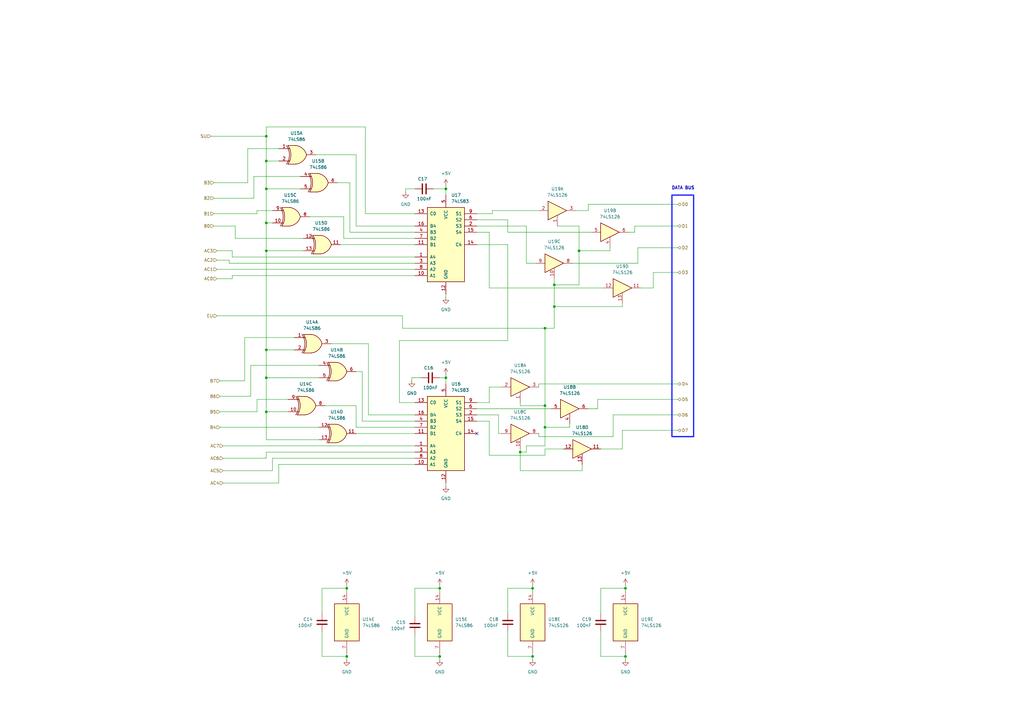
<source format=kicad_sch>
(kicad_sch (version 20231120) (generator "eeschema") (generator_version "8.0")
  (paper "A3")
  (title_block (title "ISAP-1 COMPUTER") (date "2024-11-27") (rev "Version 1") (comment 1 "by Linca Marius Gheorghe") (comment 3 "Adder / Subtractor"))
  (lib_symbols
    (symbol "74xx:74LS126" (pin_names (offset 1.016))
      (property "Reference" "U" (at 0 1.27 0))
      (property "Value" "74LS126" (at 0 -1.27 0))
      (symbol "74LS126_1_0"
        (polyline (pts (xy -3.81 3.81) (xy -3.81 -3.81) (xy 3.81 0) (xy -3.81 3.81)) (stroke (width 0.254)) (fill (type background)))
        (pin input line (at 0 -6.35 90) (length 4.445) (name "~") (number "1"))
        (pin input line (at -7.62 0 0) (length 3.81) (name "~") (number "2"))
        (pin tri_state line (at 7.62 0 180) (length 3.81) (name "~") (number "3"))
      )
      (symbol "74LS126_2_0"
        (polyline (pts (xy -3.81 3.81) (xy -3.81 -3.81) (xy 3.81 0) (xy -3.81 3.81)) (stroke (width 0.254)) (fill (type background)))
        (pin input line (at 0 -6.35 90) (length 4.445) (name "~") (number "4"))
        (pin input line (at -7.62 0 0) (length 3.81) (name "~") (number "5"))
        (pin tri_state line (at 7.62 0 180) (length 3.81) (name "~") (number "6"))
      )
      (symbol "74LS126_3_0"
        (polyline (pts (xy -3.81 3.81) (xy -3.81 -3.81) (xy 3.81 0) (xy -3.81 3.81)) (stroke (width 0.254)) (fill (type background)))
        (pin input line (at 0 -6.35 90) (length 4.445) (name "~") (number "10"))
        (pin tri_state line (at 7.62 0 180) (length 3.81) (name "~") (number "8"))
        (pin input line (at -7.62 0 0) (length 3.81) (name "~") (number "9"))
      )
      (symbol "74LS126_4_0"
        (polyline (pts (xy -3.81 3.81) (xy -3.81 -3.81) (xy 3.81 0) (xy -3.81 3.81)) (stroke (width 0.254)) (fill (type background)))
        (pin tri_state line (at 7.62 0 180) (length 3.81) (name "~") (number "11"))
        (pin input line (at -7.62 0 0) (length 3.81) (name "~") (number "12"))
        (pin input line (at 0 -6.35 90) (length 4.445) (name "~") (number "13"))
      )
      (symbol "74LS126_5_0"
        (pin power_in line (at 0 12.7 270) (length 5.08) (name "VCC") (number "14"))
        (pin power_in line (at 0 -12.7 90) (length 5.08) (name "GND") (number "7"))
      )
      (symbol "74LS126_5_1"
        (rectangle (start -5.08 7.62) (end 5.08 -7.62) (stroke (width 0.254)) (fill (type background)))
      )
    )
    (symbol "74xx:74LS83" (pin_names (offset 1.016))
      (property "Reference" "U" (at -7.62 16.51 0))
      (property "Value" "74LS83" (at -7.62 -16.51 0))
      (symbol "74LS83_1_0"
        (pin input line (at -12.7 -5.08 0) (length 5.08) (name "A4") (number "1"))
        (pin input line (at -12.7 -12.7 0) (length 5.08) (name "A1") (number "10"))
        (pin input line (at -12.7 0 0) (length 5.08) (name "B1") (number "11"))
        (pin power_in line (at 0 -20.32 90) (length 5.08) (name "GND") (number "12"))
        (pin input line (at -12.7 12.7 0) (length 5.08) (name "C0") (number "13"))
        (pin output line (at 12.7 0 180) (length 5.08) (name "C4") (number "14"))
        (pin output line (at 12.7 5.08 180) (length 5.08) (name "S4") (number "15"))
        (pin input line (at -12.7 7.62 0) (length 5.08) (name "B4") (number "16"))
        (pin output line (at 12.7 7.62 180) (length 5.08) (name "S3") (number "2"))
        (pin input line (at -12.7 -7.62 0) (length 5.08) (name "A3") (number "3"))
        (pin input line (at -12.7 5.08 0) (length 5.08) (name "B3") (number "4"))
        (pin power_in line (at 0 20.32 270) (length 5.08) (name "VCC") (number "5"))
        (pin output line (at 12.7 10.16 180) (length 5.08) (name "S2") (number "6"))
        (pin input line (at -12.7 2.54 0) (length 5.08) (name "B2") (number "7"))
        (pin input line (at -12.7 -10.16 0) (length 5.08) (name "A2") (number "8"))
        (pin output line (at 12.7 12.7 180) (length 5.08) (name "S1") (number "9"))
      )
      (symbol "74LS83_1_1"
        (rectangle (start -7.62 15.24) (end 7.62 -15.24) (stroke (width 0.254)) (fill (type background)))
      )
    )
    (symbol "74xx:74LS86" (pin_names (offset 1.016))
      (property "Reference" "U" (at 0 1.27 0))
      (property "Value" "74LS86" (at 0 -1.27 0))
      (symbol "74LS86_1_0"
        (arc (start -4.4196 -3.81) (mid -3.2033 0) (end -4.4196 3.81) (stroke (width 0.254)))
        (arc (start -3.81 -3.81) (mid -2.589 0) (end -3.81 3.81) (stroke (width 0.254)))
        (arc (start -0.6096 -3.81) (mid 2.1842 -2.5851) (end 3.81 0) (stroke (width 0.254)) (fill (type background)))
        (polyline (pts (xy -3.81 -3.81) (xy -0.635 -3.81)) (stroke (width 0.254)) (fill (type background)))
        (polyline (pts (xy -3.81 3.81) (xy -0.635 3.81)) (stroke (width 0.254)) (fill (type background)))
        (polyline (pts (xy -0.635 3.81) (xy -3.81 3.81) (xy -3.81 3.81) (xy -3.556 3.4036) (xy -3.0226 2.2606) (xy -2.6924 1.0414) (xy -2.6162 -0.254) (xy -2.7686 -1.4986) (xy -3.175 -2.7178) (xy -3.81 -3.81) (xy -3.81 -3.81) (xy -0.635 -3.81)) (stroke (width -25.4)) (fill (type background)))
        (arc (start 3.81 0) (mid 2.1915 2.5936) (end -0.6096 3.81) (stroke (width 0.254)) (fill (type background)))
        (pin input line (at -7.62 2.54 0) (length 4.445) (name "~") (number "1"))
        (pin input line (at -7.62 -2.54 0) (length 4.445) (name "~") (number "2"))
        (pin output line (at 7.62 0 180) (length 3.81) (name "~") (number "3"))
      )
      (symbol "74LS86_1_1"
        (polyline (pts (xy -3.81 -2.54) (xy -3.175 -2.54)) (stroke (width 0.1524)))
        (polyline (pts (xy -3.81 2.54) (xy -3.175 2.54)) (stroke (width 0.1524)))
      )
      (symbol "74LS86_2_0"
        (arc (start -4.4196 -3.81) (mid -3.2033 0) (end -4.4196 3.81) (stroke (width 0.254)))
        (arc (start -3.81 -3.81) (mid -2.589 0) (end -3.81 3.81) (stroke (width 0.254)))
        (arc (start -0.6096 -3.81) (mid 2.1842 -2.5851) (end 3.81 0) (stroke (width 0.254)) (fill (type background)))
        (polyline (pts (xy -3.81 -3.81) (xy -0.635 -3.81)) (stroke (width 0.254)) (fill (type background)))
        (polyline (pts (xy -3.81 3.81) (xy -0.635 3.81)) (stroke (width 0.254)) (fill (type background)))
        (polyline (pts (xy -0.635 3.81) (xy -3.81 3.81) (xy -3.81 3.81) (xy -3.556 3.4036) (xy -3.0226 2.2606) (xy -2.6924 1.0414) (xy -2.6162 -0.254) (xy -2.7686 -1.4986) (xy -3.175 -2.7178) (xy -3.81 -3.81) (xy -3.81 -3.81) (xy -0.635 -3.81)) (stroke (width -25.4)) (fill (type background)))
        (arc (start 3.81 0) (mid 2.1915 2.5936) (end -0.6096 3.81) (stroke (width 0.254)) (fill (type background)))
        (pin input line (at -7.62 2.54 0) (length 4.445) (name "~") (number "4"))
        (pin input line (at -7.62 -2.54 0) (length 4.445) (name "~") (number "5"))
        (pin output line (at 7.62 0 180) (length 3.81) (name "~") (number "6"))
      )
      (symbol "74LS86_2_1"
        (polyline (pts (xy -3.81 -2.54) (xy -3.175 -2.54)) (stroke (width 0.1524)))
        (polyline (pts (xy -3.81 2.54) (xy -3.175 2.54)) (stroke (width 0.1524)))
      )
      (symbol "74LS86_3_0"
        (arc (start -4.4196 -3.81) (mid -3.2033 0) (end -4.4196 3.81) (stroke (width 0.254)))
        (arc (start -3.81 -3.81) (mid -2.589 0) (end -3.81 3.81) (stroke (width 0.254)))
        (arc (start -0.6096 -3.81) (mid 2.1842 -2.5851) (end 3.81 0) (stroke (width 0.254)) (fill (type background)))
        (polyline (pts (xy -3.81 -3.81) (xy -0.635 -3.81)) (stroke (width 0.254)) (fill (type background)))
        (polyline (pts (xy -3.81 3.81) (xy -0.635 3.81)) (stroke (width 0.254)) (fill (type background)))
        (polyline (pts (xy -0.635 3.81) (xy -3.81 3.81) (xy -3.81 3.81) (xy -3.556 3.4036) (xy -3.0226 2.2606) (xy -2.6924 1.0414) (xy -2.6162 -0.254) (xy -2.7686 -1.4986) (xy -3.175 -2.7178) (xy -3.81 -3.81) (xy -3.81 -3.81) (xy -0.635 -3.81)) (stroke (width -25.4)) (fill (type background)))
        (arc (start 3.81 0) (mid 2.1915 2.5936) (end -0.6096 3.81) (stroke (width 0.254)) (fill (type background)))
        (pin input line (at -7.62 -2.54 0) (length 4.445) (name "~") (number "10"))
        (pin output line (at 7.62 0 180) (length 3.81) (name "~") (number "8"))
        (pin input line (at -7.62 2.54 0) (length 4.445) (name "~") (number "9"))
      )
      (symbol "74LS86_3_1"
        (polyline (pts (xy -3.81 -2.54) (xy -3.175 -2.54)) (stroke (width 0.1524)))
        (polyline (pts (xy -3.81 2.54) (xy -3.175 2.54)) (stroke (width 0.1524)))
      )
      (symbol "74LS86_4_0"
        (arc (start -4.4196 -3.81) (mid -3.2033 0) (end -4.4196 3.81) (stroke (width 0.254)))
        (arc (start -3.81 -3.81) (mid -2.589 0) (end -3.81 3.81) (stroke (width 0.254)))
        (arc (start -0.6096 -3.81) (mid 2.1842 -2.5851) (end 3.81 0) (stroke (width 0.254)) (fill (type background)))
        (polyline (pts (xy -3.81 -3.81) (xy -0.635 -3.81)) (stroke (width 0.254)) (fill (type background)))
        (polyline (pts (xy -3.81 3.81) (xy -0.635 3.81)) (stroke (width 0.254)) (fill (type background)))
        (polyline (pts (xy -0.635 3.81) (xy -3.81 3.81) (xy -3.81 3.81) (xy -3.556 3.4036) (xy -3.0226 2.2606) (xy -2.6924 1.0414) (xy -2.6162 -0.254) (xy -2.7686 -1.4986) (xy -3.175 -2.7178) (xy -3.81 -3.81) (xy -3.81 -3.81) (xy -0.635 -3.81)) (stroke (width -25.4)) (fill (type background)))
        (arc (start 3.81 0) (mid 2.1915 2.5936) (end -0.6096 3.81) (stroke (width 0.254)) (fill (type background)))
        (pin output line (at 7.62 0 180) (length 3.81) (name "~") (number "11"))
        (pin input line (at -7.62 2.54 0) (length 4.445) (name "~") (number "12"))
        (pin input line (at -7.62 -2.54 0) (length 4.445) (name "~") (number "13"))
      )
      (symbol "74LS86_4_1"
        (polyline (pts (xy -3.81 -2.54) (xy -3.175 -2.54)) (stroke (width 0.1524)))
        (polyline (pts (xy -3.81 2.54) (xy -3.175 2.54)) (stroke (width 0.1524)))
      )
      (symbol "74LS86_5_0"
        (pin power_in line (at 0 12.7 270) (length 5.08) (name "VCC") (number "14"))
        (pin power_in line (at 0 -12.7 90) (length 5.08) (name "GND") (number "7"))
      )
      (symbol "74LS86_5_1"
        (rectangle (start -5.08 7.62) (end 5.08 -7.62) (stroke (width 0.254)) (fill (type background)))
      )
    )
    (symbol "Device:C" (pin_numbers hide) (pin_names (offset 0.254))
      (property "Reference" "C" (at 0.635 2.54 0))
      (property "Value" "C" (at 0.635 -2.54 0))
      (symbol "C_0_1"
        (polyline (pts (xy -2.032 -0.762) (xy 2.032 -0.762)) (stroke (width 0.508)))
        (polyline (pts (xy -2.032 0.762) (xy 2.032 0.762)) (stroke (width 0.508)))
      )
      (symbol "C_1_1"
        (pin passive line (at 0 3.81 270) (length 2.794) (name "~") (number "1"))
        (pin passive line (at 0 -3.81 90) (length 2.794) (name "~") (number "2"))
      )
    )
    (symbol "power:+5V" (power) (pin_numbers hide) (pin_names (offset 0) hide)
      (property "Value" "+5V" (at 0 3.556 0))
      (symbol "+5V_0_1"
        (polyline (pts (xy -0.762 1.27) (xy 0 2.54)))
        (polyline (pts (xy 0 0) (xy 0 2.54)))
        (polyline (pts (xy 0 2.54) (xy 0.762 1.27)))
      )
      (symbol "+5V_1_1"
        (pin power_in line (at 0 0 90) (length 0) (name "~") (number "1"))
      )
    )
    (symbol "power:GND" (power) (pin_numbers hide) (pin_names (offset 0) hide)
      (property "Value" "GND" (at 0 -3.81 0))
      (symbol "GND_0_1"
        (polyline (pts (xy 0 0) (xy 0 -1.27) (xy 1.27 -1.27) (xy 0 -2.54) (xy -1.27 -1.27) (xy 0 -1.27)))
      )
      (symbol "GND_1_1"
        (pin power_in line (at 0 0 270) (length 0) (name "~") (number "1"))
      )
    )
  )
  (junction (at 227.33 125.73))
  (junction (at 142.24 241.3))
  (junction (at 182.88 77.47))
  (junction (at 182.88 154.94))
  (junction (at 223.52 166.37))
  (junction (at 109.22 143.51))
  (junction (at 109.22 55.88))
  (junction (at 218.44 269.24))
  (junction (at 256.54 241.3))
  (junction (at 109.22 154.94))
  (junction (at 180.34 269.24))
  (junction (at 218.44 241.3))
  (junction (at 223.52 134.62))
  (junction (at 180.34 241.3))
  (junction (at 227.33 116.84))
  (junction (at 109.22 66.04))
  (junction (at 223.52 175.26))
  (junction (at 109.22 77.47))
  (junction (at 142.24 269.24))
  (junction (at 109.22 91.44))
  (junction (at 109.22 168.91))
  (junction (at 237.49 102.87))
  (junction (at 109.22 102.87))
  (junction (at 256.54 269.24))
  (junction (at 213.36 185.42))
  (no_connect (at 195.58 177.8))
  (wire (pts (xy 182.88 154.94) (xy 182.88 157.48)))
  (wire (pts (xy 227.33 134.62) (xy 227.33 125.73)))
  (wire (pts (xy 109.22 66.04) (xy 109.22 77.47)))
  (wire (pts (xy 166.37 77.47) (xy 166.37 78.74)))
  (wire (pts (xy 151.13 140.97) (xy 151.13 170.18)))
  (wire (pts (xy 170.18 172.72) (xy 148.59 172.72)))
  (wire (pts (xy 215.9 92.71) (xy 195.58 92.71)))
  (wire (pts (xy 215.9 182.88) (xy 215.9 185.42)))
  (wire (pts (xy 256.54 269.24) (xy 256.54 270.51)))
  (wire (pts (xy 109.22 91.44) (xy 111.76 91.44)))
  (wire (pts (xy 91.44 182.88) (xy 170.18 182.88)))
  (wire (pts (xy 255.27 176.53) (xy 255.27 184.15)))
  (wire (pts (xy 208.28 269.24) (xy 218.44 269.24)))
  (wire (pts (xy 102.87 162.56) (xy 90.17 162.56)))
  (wire (pts (xy 170.18 185.42) (xy 109.22 185.42)))
  (wire (pts (xy 218.44 267.97) (xy 218.44 269.24)))
  (wire (pts (xy 111.76 193.04) (xy 91.44 193.04)))
  (wire (pts (xy 114.3 60.96) (xy 101.6 60.96)))
  (wire (pts (xy 140.97 97.79) (xy 140.97 88.9)))
  (wire (pts (xy 267.97 118.11) (xy 262.89 118.11)))
  (wire (pts (xy 213.36 193.04) (xy 213.36 185.42)))
  (wire (pts (xy 114.3 66.04) (xy 109.22 66.04)))
  (wire (pts (xy 101.6 74.93) (xy 87.63 74.93)))
  (wire (pts (xy 237.49 102.87) (xy 237.49 116.84)))
  (wire (pts (xy 238.76 193.04) (xy 213.36 193.04)))
  (wire (pts (xy 242.57 95.25) (xy 208.28 95.25)))
  (wire (pts (xy 135.89 140.97) (xy 151.13 140.97)))
  (wire (pts (xy 111.76 86.36) (xy 105.41 86.36)))
  (wire (pts (xy 130.81 180.34) (xy 109.22 180.34)))
  (wire (pts (xy 165.1 134.62) (xy 223.52 134.62)))
  (wire (pts (xy 251.46 179.07) (xy 220.98 179.07)))
  (wire (pts (xy 261.62 107.95) (xy 234.95 107.95)))
  (wire (pts (xy 170.18 269.24) (xy 180.34 269.24)))
  (wire (pts (xy 149.86 52.07) (xy 109.22 52.07)))
  (wire (pts (xy 118.11 163.83) (xy 105.41 163.83)))
  (wire (pts (xy 195.58 167.64) (xy 226.06 167.64)))
  (wire (pts (xy 227.33 116.84) (xy 227.33 114.3)))
  (wire (pts (xy 87.63 81.28) (xy 104.14 81.28)))
  (wire (pts (xy 170.18 190.5) (xy 114.3 190.5)))
  (wire (pts (xy 180.34 241.3) (xy 180.34 242.57)))
  (wire (pts (xy 213.36 165.1) (xy 213.36 166.37)))
  (wire (pts (xy 200.66 186.69) (xy 200.66 172.72)))
  (wire (pts (xy 200.66 95.25) (xy 195.58 95.25)))
  (wire (pts (xy 228.6 92.71) (xy 237.49 92.71)))
  (wire (pts (xy 223.52 166.37) (xy 223.52 175.26)))
  (wire (pts (xy 114.3 190.5) (xy 114.3 198.12)))
  (wire (pts (xy 245.11 163.83) (xy 245.11 167.64)))
  (wire (pts (xy 88.9 106.68) (xy 93.98 106.68)))
  (wire (pts (xy 246.38 241.3) (xy 256.54 241.3)))
  (wire (pts (xy 165.1 129.54) (xy 165.1 134.62)))
  (wire (pts (xy 109.22 154.94) (xy 109.22 168.91)))
  (wire (pts (xy 260.35 92.71) (xy 260.35 95.25)))
  (wire (pts (xy 143.51 74.93) (xy 138.43 74.93)))
  (wire (pts (xy 148.59 152.4) (xy 148.59 172.72)))
  (wire (pts (xy 220.98 179.07) (xy 220.98 177.8)))
  (wire (pts (xy 93.98 107.95) (xy 170.18 107.95)))
  (wire (pts (xy 278.13 92.71) (xy 260.35 92.71)))
  (wire (pts (xy 195.58 100.33) (xy 208.28 100.33)))
  (wire (pts (xy 95.25 105.41) (xy 95.25 102.87)))
  (wire (pts (xy 237.49 92.71) (xy 237.49 102.87)))
  (wire (pts (xy 218.44 241.3) (xy 218.44 242.57)))
  (wire (pts (xy 109.22 168.91) (xy 109.22 180.34)))
  (wire (pts (xy 247.65 118.11) (xy 200.66 118.11)))
  (wire (pts (xy 109.22 102.87) (xy 109.22 91.44)))
  (wire (pts (xy 278.13 163.83) (xy 245.11 163.83)))
  (wire (pts (xy 180.34 154.94) (xy 182.88 154.94)))
  (wire (pts (xy 109.22 52.07) (xy 109.22 55.88)))
  (wire (pts (xy 111.76 187.96) (xy 111.76 193.04)))
  (wire (pts (xy 109.22 102.87) (xy 109.22 143.51)))
  (wire (pts (xy 257.81 95.25) (xy 260.35 95.25)))
  (wire (pts (xy 204.47 177.8) (xy 204.47 170.18)))
  (wire (pts (xy 261.62 101.6) (xy 278.13 101.6)))
  (wire (pts (xy 208.28 90.17) (xy 195.58 90.17)))
  (wire (pts (xy 91.44 187.96) (xy 109.22 187.96)))
  (wire (pts (xy 233.68 175.26) (xy 223.52 175.26)))
  (wire (pts (xy 96.52 92.71) (xy 87.63 92.71)))
  (wire (pts (xy 213.36 185.42) (xy 213.36 184.15)))
  (wire (pts (xy 90.17 175.26) (xy 130.81 175.26)))
  (wire (pts (xy 146.05 177.8) (xy 170.18 177.8)))
  (wire (pts (xy 172.72 154.94) (xy 168.91 154.94)))
  (wire (pts (xy 250.19 101.6) (xy 250.19 102.87)))
  (wire (pts (xy 201.93 86.36) (xy 201.93 87.63)))
  (wire (pts (xy 200.66 158.75) (xy 200.66 165.1)))
  (wire (pts (xy 142.24 240.03) (xy 142.24 241.3)))
  (wire (pts (xy 142.24 269.24) (xy 142.24 270.51)))
  (wire (pts (xy 95.25 105.41) (xy 170.18 105.41)))
  (wire (pts (xy 86.36 55.88) (xy 109.22 55.88)))
  (wire (pts (xy 256.54 267.97) (xy 256.54 269.24)))
  (wire (pts (xy 246.38 259.08) (xy 246.38 269.24)))
  (wire (pts (xy 215.9 185.42) (xy 213.36 185.42)))
  (wire (pts (xy 182.88 153.67) (xy 182.88 154.94)))
  (wire (pts (xy 177.8 77.47) (xy 182.88 77.47)))
  (wire (pts (xy 109.22 143.51) (xy 120.65 143.51)))
  (wire (pts (xy 105.41 86.36) (xy 105.41 87.63)))
  (wire (pts (xy 208.28 259.08) (xy 208.28 269.24)))
  (wire (pts (xy 241.3 86.36) (xy 236.22 86.36)))
  (wire (pts (xy 205.74 177.8) (xy 204.47 177.8)))
  (wire (pts (xy 170.18 187.96) (xy 111.76 187.96)))
  (wire (pts (xy 95.25 114.3) (xy 88.9 114.3)))
  (wire (pts (xy 146.05 92.71) (xy 146.05 63.5)))
  (wire (pts (xy 238.76 190.5) (xy 238.76 193.04)))
  (wire (pts (xy 182.88 198.12) (xy 182.88 199.39)))
  (wire (pts (xy 223.52 186.69) (xy 200.66 186.69)))
  (wire (pts (xy 195.58 165.1) (xy 200.66 165.1)))
  (wire (pts (xy 139.7 100.33) (xy 170.18 100.33)))
  (wire (pts (xy 182.88 77.47) (xy 182.88 80.01)))
  (wire (pts (xy 132.08 251.46) (xy 132.08 241.3)))
  (wire (pts (xy 130.81 149.86) (xy 102.87 149.86)))
  (wire (pts (xy 215.9 107.95) (xy 215.9 92.71)))
  (wire (pts (xy 109.22 168.91) (xy 118.11 168.91)))
  (wire (pts (xy 114.3 198.12) (xy 91.44 198.12)))
  (wire (pts (xy 132.08 241.3) (xy 142.24 241.3)))
  (wire (pts (xy 208.28 95.25) (xy 208.28 90.17)))
  (wire (pts (xy 93.98 107.95) (xy 93.98 106.68)))
  (wire (pts (xy 227.33 116.84) (xy 227.33 125.73)))
  (wire (pts (xy 255.27 125.73) (xy 227.33 125.73)))
  (wire (pts (xy 109.22 154.94) (xy 130.81 154.94)))
  (wire (pts (xy 218.44 240.03) (xy 218.44 241.3)))
  (wire (pts (xy 105.41 87.63) (xy 87.63 87.63)))
  (wire (pts (xy 213.36 166.37) (xy 223.52 166.37)))
  (wire (pts (xy 218.44 269.24) (xy 218.44 270.51)))
  (wire (pts (xy 123.19 77.47) (xy 109.22 77.47)))
  (wire (pts (xy 180.34 240.03) (xy 180.34 241.3)))
  (wire (pts (xy 100.33 138.43) (xy 100.33 156.21)))
  (wire (pts (xy 182.88 76.2) (xy 182.88 77.47)))
  (wire (pts (xy 170.18 77.47) (xy 166.37 77.47)))
  (wire (pts (xy 223.52 175.26) (xy 223.52 182.88)))
  (wire (pts (xy 223.52 182.88) (xy 215.9 182.88)))
  (wire (pts (xy 200.66 172.72) (xy 195.58 172.72)))
  (wire (pts (xy 237.49 102.87) (xy 250.19 102.87)))
  (wire (pts (xy 102.87 149.86) (xy 102.87 162.56)))
  (wire (pts (xy 201.93 87.63) (xy 195.58 87.63)))
  (wire (pts (xy 208.28 251.46) (xy 208.28 241.3)))
  (wire (pts (xy 132.08 259.08) (xy 132.08 269.24)))
  (wire (pts (xy 163.83 165.1) (xy 170.18 165.1)))
  (wire (pts (xy 255.27 124.46) (xy 255.27 125.73)))
  (wire (pts (xy 170.18 175.26) (xy 146.05 175.26)))
  (wire (pts (xy 246.38 251.46) (xy 246.38 241.3)))
  (wire (pts (xy 109.22 185.42) (xy 109.22 187.96)))
  (wire (pts (xy 170.18 113.03) (xy 95.25 113.03)))
  (wire (pts (xy 182.88 120.65) (xy 182.88 121.92)))
  (wire (pts (xy 241.3 83.82) (xy 241.3 86.36)))
  (wire (pts (xy 233.68 173.99) (xy 233.68 175.26)))
  (wire (pts (xy 170.18 260.35) (xy 170.18 269.24)))
  (wire (pts (xy 208.28 100.33) (xy 208.28 139.7)))
  (wire (pts (xy 100.33 156.21) (xy 90.17 156.21)))
  (wire (pts (xy 109.22 102.87) (xy 124.46 102.87)))
  (wire (pts (xy 246.38 269.24) (xy 256.54 269.24)))
  (wire (pts (xy 223.52 184.15) (xy 223.52 186.69)))
  (wire (pts (xy 278.13 111.76) (xy 267.97 111.76)))
  (wire (pts (xy 237.49 116.84) (xy 227.33 116.84)))
  (wire (pts (xy 109.22 77.47) (xy 109.22 91.44)))
  (wire (pts (xy 142.24 241.3) (xy 142.24 242.57)))
  (wire (pts (xy 261.62 101.6) (xy 261.62 107.95)))
  (wire (pts (xy 149.86 87.63) (xy 149.86 52.07)))
  (wire (pts (xy 95.25 102.87) (xy 88.9 102.87)))
  (wire (pts (xy 219.71 107.95) (xy 215.9 107.95)))
  (wire (pts (xy 163.83 139.7) (xy 163.83 165.1)))
  (wire (pts (xy 109.22 55.88) (xy 109.22 66.04)))
  (wire (pts (xy 90.17 168.91) (xy 105.41 168.91)))
  (wire (pts (xy 220.98 86.36) (xy 201.93 86.36)))
  (wire (pts (xy 251.46 170.18) (xy 251.46 179.07)))
  (wire (pts (xy 104.14 72.39) (xy 104.14 81.28)))
  (wire (pts (xy 109.22 143.51) (xy 109.22 154.94)))
  (wire (pts (xy 142.24 267.97) (xy 142.24 269.24)))
  (wire (pts (xy 220.98 157.48) (xy 220.98 158.75)))
  (wire (pts (xy 220.98 157.48) (xy 278.13 157.48)))
  (wire (pts (xy 120.65 138.43) (xy 100.33 138.43)))
  (wire (pts (xy 180.34 267.97) (xy 180.34 269.24)))
  (wire (pts (xy 88.9 129.54) (xy 165.1 129.54)))
  (wire (pts (xy 170.18 170.18) (xy 151.13 170.18)))
  (wire (pts (xy 101.6 60.96) (xy 101.6 74.93)))
  (wire (pts (xy 255.27 184.15) (xy 246.38 184.15)))
  (wire (pts (xy 180.34 269.24) (xy 180.34 270.51)))
  (wire (pts (xy 170.18 252.73) (xy 170.18 241.3)))
  (wire (pts (xy 132.08 269.24) (xy 142.24 269.24)))
  (wire (pts (xy 256.54 241.3) (xy 256.54 242.57)))
  (wire (pts (xy 105.41 163.83) (xy 105.41 168.91)))
  (wire (pts (xy 231.14 184.15) (xy 223.52 184.15)))
  (wire (pts (xy 148.59 152.4) (xy 146.05 152.4)))
  (wire (pts (xy 168.91 154.94) (xy 168.91 156.21)))
  (wire (pts (xy 241.3 167.64) (xy 245.11 167.64)))
  (wire (pts (xy 143.51 74.93) (xy 143.51 95.25)))
  (wire (pts (xy 223.52 134.62) (xy 227.33 134.62)))
  (wire (pts (xy 200.66 118.11) (xy 200.66 95.25)))
  (wire (pts (xy 88.9 110.49) (xy 170.18 110.49)))
  (wire (pts (xy 208.28 241.3) (xy 218.44 241.3)))
  (wire (pts (xy 267.97 111.76) (xy 267.97 118.11)))
  (wire (pts (xy 124.46 97.79) (xy 96.52 97.79)))
  (wire (pts (xy 195.58 170.18) (xy 204.47 170.18)))
  (wire (pts (xy 278.13 170.18) (xy 251.46 170.18)))
  (wire (pts (xy 205.74 158.75) (xy 200.66 158.75)))
  (wire (pts (xy 256.54 240.03) (xy 256.54 241.3)))
  (wire (pts (xy 146.05 166.37) (xy 133.35 166.37)))
  (wire (pts (xy 208.28 139.7) (xy 163.83 139.7)))
  (wire (pts (xy 123.19 72.39) (xy 104.14 72.39)))
  (wire (pts (xy 140.97 88.9) (xy 127 88.9)))
  (wire (pts (xy 170.18 241.3) (xy 180.34 241.3)))
  (wire (pts (xy 241.3 83.82) (xy 278.13 83.82)))
  (wire (pts (xy 96.52 97.79) (xy 96.52 92.71)))
  (wire (pts (xy 95.25 113.03) (xy 95.25 114.3)))
  (wire (pts (xy 170.18 92.71) (xy 146.05 92.71)))
  (wire (pts (xy 278.13 176.53) (xy 255.27 176.53)))
  (wire (pts (xy 170.18 87.63) (xy 149.86 87.63)))
  (wire (pts (xy 129.54 63.5) (xy 146.05 63.5)))
  (wire (pts (xy 223.52 134.62) (xy 223.52 166.37)))
  (wire (pts (xy 146.05 175.26) (xy 146.05 166.37)))
  (wire (pts (xy 170.18 97.79) (xy 140.97 97.79)))
  (wire (pts (xy 170.18 95.25) (xy 143.51 95.25)))
  (rectangle (start 275.59 80.01) (end 284.48 179.07) (stroke (width 0.508) (color 21 31 255 1)))
  (text "DATA BUS" (at 280.162 77.216 0) (effects (font (size 1.27 1.27) (thickness 0.254) (bold yes))))
  (hierarchical_label "D1" (shape tri_state) (at 278.13 92.71 0))
  (hierarchical_label "AC3" (shape input) (at 88.9 102.87 180))
  (hierarchical_label "AC4" (shape input) (at 91.44 198.12 180))
  (hierarchical_label "AC0" (shape input) (at 88.9 114.3 180))
  (hierarchical_label "B6" (shape input) (at 90.17 162.56 180))
  (hierarchical_label "AC5" (shape input) (at 91.44 193.04 180))
  (hierarchical_label "B0" (shape input) (at 87.63 92.71 180))
  (hierarchical_label "D7" (shape tri_state) (at 278.13 176.53 0))
  (hierarchical_label "D0" (shape tri_state) (at 278.13 83.82 0))
  (hierarchical_label "B1" (shape input) (at 87.63 87.63 180))
  (hierarchical_label "AC7" (shape input) (at 91.44 182.88 180))
  (hierarchical_label "D3" (shape tri_state) (at 278.13 111.76 0))
  (hierarchical_label "B3" (shape input) (at 87.63 74.93 180))
  (hierarchical_label "B2" (shape input) (at 87.63 81.28 180))
  (hierarchical_label "D5" (shape tri_state) (at 278.13 163.83 0))
  (hierarchical_label "B4" (shape input) (at 90.17 175.26 180))
  (hierarchical_label "D4" (shape tri_state) (at 278.13 157.48 0))
  (hierarchical_label "D2" (shape tri_state) (at 278.13 101.6 0))
  (hierarchical_label "EU" (shape input) (at 88.9 129.54 180))
  (hierarchical_label "B7" (shape input) (at 90.17 156.21 180))
  (hierarchical_label "AC6" (shape input) (at 91.44 187.96 180))
  (hierarchical_label "AC1" (shape input) (at 88.9 110.49 180))
  (hierarchical_label "D6" (shape tri_state) (at 278.13 170.18 0))
  (hierarchical_label "SU" (shape input) (at 86.36 55.88 180))
  (hierarchical_label "AC2" (shape input) (at 88.9 106.68 180))
  (hierarchical_label "B5" (shape input) (at 90.17 168.91 180))
  (symbol (lib_id "Device:C") (at 176.53 154.94 90) (unit 1)
    (property "Reference" "C16" (at 177.8 150.876 90) (effects (justify left)))
    (property "Value" "100nF" (at 179.578 159.004 90) (effects (justify left)))
    (property "Footprint" "Capacitor_THT:C_Disc_D5.0mm_W2.5mm_P5.00mm" (effects (hide yes)))
    (property "Description" "Unpolarized capacitor" (effects (hide yes)))
  )
  (symbol (lib_id "74xx:74LS86") (at 138.43 177.8 0) (unit 4)
    (property "Reference" "U14" (at 138.1252 168.91 0))
    (property "Value" "74LS86" (at 138.1252 171.45 0))
    (property "Footprint" "Package_DIP:DIP-14_W7.62mm_LongPads" (effects (hide yes)))
    (property "Datasheet" "74xx/74ls86.pdf" (effects (hide yes)))
    (property "Description" "Quad 2-input XOR" (effects (hide yes)))
  )
  (symbol (lib_id "74xx:74LS83") (at 182.88 100.33 0) (unit 1)
    (property "Reference" "U17" (at 185.0741 80.01 0) (effects (justify left)))
    (property "Value" "74LS83" (at 185.0741 82.55 0) (effects (justify left)))
    (property "Footprint" "Package_DIP:DIP-16_W7.62mm_LongPads" (effects (hide yes)))
    (property "Datasheet" "http://www.ti.com/lit/gpn/sn74LS83" (effects (hide yes)))
    (property "Description" "4-bit Full Adder" (effects (hide yes)))
  )
  (symbol (lib_id "power:+5V") (at 182.88 76.2 0) (unit 1)
    (property "Reference" "#PWR045" (effects (hide yes)))
    (property "Value" "+5V" (at 182.88 71.12 0))
    (property "Description" "Power symbol creates a global label with name \"+5V\"" (effects (hide yes)))
  )
  (symbol (lib_id "power:GND") (at 142.24 270.51 0) (unit 1)
    (property "Reference" "#PWR051" (effects (hide yes)))
    (property "Value" "GND" (at 142.24 275.59 0))
    (property "Description" "Power symbol creates a global label with name \"GND\" , ground" (effects (hide yes)))
  )
  (symbol (lib_id "power:GND") (at 166.37 78.74 0) (unit 1)
    (property "Reference" "#PWR0131" (effects (hide yes)))
    (property "Value" "GND" (at 166.37 83.82 0))
    (property "Description" "Power symbol creates a global label with name \"GND\" , ground" (effects (hide yes)))
  )
  (symbol (lib_id "74xx:74LS83") (at 182.88 177.8 0) (unit 1)
    (property "Reference" "U16" (at 185.0741 157.48 0) (effects (justify left)))
    (property "Value" "74LS83" (at 185.0741 160.02 0) (effects (justify left)))
    (property "Footprint" "Package_DIP:DIP-16_W7.62mm_LongPads" (effects (hide yes)))
    (property "Datasheet" "http://www.ti.com/lit/gpn/sn74LS83" (effects (hide yes)))
    (property "Description" "4-bit Full Adder" (effects (hide yes)))
  )
  (symbol (lib_id "power:GND") (at 218.44 270.51 0) (unit 1)
    (property "Reference" "#PWR048" (effects (hide yes)))
    (property "Value" "GND" (at 218.44 275.59 0))
    (property "Description" "Power symbol creates a global label with name \"GND\" , ground" (effects (hide yes)))
  )
  (symbol (lib_id "power:+5V") (at 218.44 240.03 0) (unit 1)
    (property "Reference" "#PWR052" (effects (hide yes)))
    (property "Value" "+5V" (at 218.44 234.95 0))
    (property "Description" "Power symbol creates a global label with name \"+5V\"" (effects (hide yes)))
  )
  (symbol (lib_id "74xx:74LS126") (at 218.44 255.27 0) (unit 5)
    (property "Reference" "U18" (at 224.79 253.9999 0) (effects (justify left)))
    (property "Value" "74LS126" (at 224.79 256.5399 0) (effects (justify left)))
    (property "Footprint" "Package_DIP:DIP-14_W7.62mm_LongPads" (effects (hide yes)))
    (property "Datasheet" "http://www.ti.com/lit/gpn/sn74LS126" (effects (hide yes)))
    (property "Description" "Quad buffer 3-State outputs" (effects (hide yes)))
  )
  (symbol (lib_id "Device:C") (at 170.18 256.54 0) (mirror y) (unit 1)
    (property "Reference" "C15" (at 166.37 255.2699 0) (effects (justify left)))
    (property "Value" "100nF" (at 166.37 257.8099 0) (effects (justify left)))
    (property "Footprint" "Capacitor_THT:C_Disc_D5.0mm_W2.5mm_P5.00mm" (effects (hide yes)))
    (property "Description" "Unpolarized capacitor" (effects (hide yes)))
  )
  (symbol (lib_id "74xx:74LS86") (at 130.81 74.93 0) (unit 2)
    (property "Reference" "U15" (at 130.5052 66.04 0))
    (property "Value" "74LS86" (at 130.5052 68.58 0))
    (property "Footprint" "Package_DIP:DIP-14_W7.62mm_LongPads" (effects (hide yes)))
    (property "Datasheet" "74xx/74ls86.pdf" (effects (hide yes)))
    (property "Description" "Quad 2-input XOR" (effects (hide yes)))
  )
  (symbol (lib_id "74xx:74LS86") (at 138.43 152.4 0) (unit 2)
    (property "Reference" "U14" (at 138.1252 143.51 0))
    (property "Value" "74LS86" (at 138.1252 146.05 0))
    (property "Footprint" "Package_DIP:DIP-14_W7.62mm_LongPads" (effects (hide yes)))
    (property "Datasheet" "74xx/74ls86.pdf" (effects (hide yes)))
    (property "Description" "Quad 2-input XOR" (effects (hide yes)))
  )
  (symbol (lib_id "power:GND") (at 182.88 121.92 0) (unit 1)
    (property "Reference" "#PWR047" (effects (hide yes)))
    (property "Value" "GND" (at 182.88 127 0))
    (property "Description" "Power symbol creates a global label with name \"GND\" , ground" (effects (hide yes)))
  )
  (symbol (lib_id "74xx:74LS126") (at 250.19 95.25 0) (unit 2)
    (property "Reference" "U19" (at 250.19 86.36 0))
    (property "Value" "74LS126" (at 250.19 88.9 0))
    (property "Footprint" "Package_DIP:DIP-14_W7.62mm_LongPads" (effects (hide yes)))
    (property "Datasheet" "http://www.ti.com/lit/gpn/sn74LS126" (effects (hide yes)))
    (property "Description" "Quad buffer 3-State outputs" (effects (hide yes)))
  )
  (symbol (lib_id "Device:C") (at 208.28 255.27 0) (mirror y) (unit 1)
    (property "Reference" "C18" (at 204.47 253.9999 0) (effects (justify left)))
    (property "Value" "100nF" (at 204.47 256.5399 0) (effects (justify left)))
    (property "Footprint" "Capacitor_THT:C_Disc_D5.0mm_W2.5mm_P5.00mm" (effects (hide yes)))
    (property "Description" "Unpolarized capacitor" (effects (hide yes)))
  )
  (symbol (lib_id "74xx:74LS86") (at 128.27 140.97 0) (unit 1)
    (property "Reference" "U14" (at 127.9652 132.08 0))
    (property "Value" "74LS86" (at 127.9652 134.62 0))
    (property "Footprint" "Package_DIP:DIP-14_W7.62mm_LongPads" (effects (hide yes)))
    (property "Datasheet" "74xx/74ls86.pdf" (effects (hide yes)))
    (property "Description" "Quad 2-input XOR" (effects (hide yes)))
  )
  (symbol (lib_id "power:GND") (at 180.34 270.51 0) (unit 1)
    (property "Reference" "#PWR050" (effects (hide yes)))
    (property "Value" "GND" (at 180.34 275.59 0))
    (property "Description" "Power symbol creates a global label with name \"GND\" , ground" (effects (hide yes)))
  )
  (symbol (lib_id "74xx:74LS126") (at 233.68 167.64 0) (unit 2)
    (property "Reference" "U18" (at 233.68 158.75 0))
    (property "Value" "74LS126" (at 233.68 161.29 0))
    (property "Footprint" "Package_DIP:DIP-14_W7.62mm_LongPads" (effects (hide yes)))
    (property "Datasheet" "http://www.ti.com/lit/gpn/sn74LS126" (effects (hide yes)))
    (property "Description" "Quad buffer 3-State outputs" (effects (hide yes)))
  )
  (symbol (lib_id "74xx:74LS86") (at 119.38 88.9 0) (unit 3)
    (property "Reference" "U15" (at 119.0752 80.01 0))
    (property "Value" "74LS86" (at 119.0752 82.55 0))
    (property "Footprint" "Package_DIP:DIP-14_W7.62mm_LongPads" (effects (hide yes)))
    (property "Datasheet" "74xx/74ls86.pdf" (effects (hide yes)))
    (property "Description" "Quad 2-input XOR" (effects (hide yes)))
  )
  (symbol (lib_id "74xx:74LS86") (at 125.73 166.37 0) (unit 3)
    (property "Reference" "U14" (at 125.4252 157.48 0))
    (property "Value" "74LS86" (at 125.4252 160.02 0))
    (property "Footprint" "Package_DIP:DIP-14_W7.62mm_LongPads" (effects (hide yes)))
    (property "Datasheet" "74xx/74ls86.pdf" (effects (hide yes)))
    (property "Description" "Quad 2-input XOR" (effects (hide yes)))
  )
  (symbol (lib_id "power:+5V") (at 142.24 240.03 0) (unit 1)
    (property "Reference" "#PWR055" (effects (hide yes)))
    (property "Value" "+5V" (at 142.24 234.95 0))
    (property "Description" "Power symbol creates a global label with name \"+5V\"" (effects (hide yes)))
  )
  (symbol (lib_id "74xx:74LS86") (at 142.24 255.27 0) (unit 5)
    (property "Reference" "U14" (at 148.59 253.9999 0) (effects (justify left)))
    (property "Value" "74LS86" (at 148.59 256.5399 0) (effects (justify left)))
    (property "Footprint" "Package_DIP:DIP-14_W7.62mm_LongPads" (effects (hide yes)))
    (property "Datasheet" "74xx/74ls86.pdf" (effects (hide yes)))
    (property "Description" "Quad 2-input XOR" (effects (hide yes)))
  )
  (symbol (lib_id "Device:C") (at 132.08 255.27 0) (mirror y) (unit 1)
    (property "Reference" "C14" (at 128.27 253.9999 0) (effects (justify left)))
    (property "Value" "100nF" (at 128.27 256.5399 0) (effects (justify left)))
    (property "Footprint" "Capacitor_THT:C_Disc_D5.0mm_W2.5mm_P5.00mm" (effects (hide yes)))
    (property "Description" "Unpolarized capacitor" (effects (hide yes)))
  )
  (symbol (lib_id "74xx:74LS86") (at 180.34 255.27 0) (unit 5)
    (property "Reference" "U15" (at 186.69 253.9999 0) (effects (justify left)))
    (property "Value" "74LS86" (at 186.69 256.5399 0) (effects (justify left)))
    (property "Footprint" "Package_DIP:DIP-14_W7.62mm_LongPads" (effects (hide yes)))
    (property "Datasheet" "74xx/74ls86.pdf" (effects (hide yes)))
    (property "Description" "Quad 2-input XOR" (effects (hide yes)))
  )
  (symbol (lib_id "power:GND") (at 182.88 199.39 0) (unit 1)
    (property "Reference" "#PWR046" (effects (hide yes)))
    (property "Value" "GND" (at 182.88 204.47 0))
    (property "Description" "Power symbol creates a global label with name \"GND\" , ground" (effects (hide yes)))
  )
  (symbol (lib_id "74xx:74LS86") (at 132.08 100.33 0) (unit 4)
    (property "Reference" "U15" (at 131.7752 91.44 0))
    (property "Value" "74LS86" (at 131.7752 93.98 0))
    (property "Footprint" "Package_DIP:DIP-14_W7.62mm_LongPads" (effects (hide yes)))
    (property "Datasheet" "74xx/74ls86.pdf" (effects (hide yes)))
    (property "Description" "Quad 2-input XOR" (effects (hide yes)))
  )
  (symbol (lib_id "74xx:74LS126") (at 238.76 184.15 0) (unit 4)
    (property "Reference" "U18" (at 238.76 175.26 0))
    (property "Value" "74LS126" (at 238.76 177.8 0))
    (property "Footprint" "Package_DIP:DIP-14_W7.62mm_LongPads" (effects (hide yes)))
    (property "Datasheet" "http://www.ti.com/lit/gpn/sn74LS126" (effects (hide yes)))
    (property "Description" "Quad buffer 3-State outputs" (effects (hide yes)))
  )
  (symbol (lib_id "74xx:74LS126") (at 213.36 177.8 0) (unit 3)
    (property "Reference" "U18" (at 213.36 168.91 0))
    (property "Value" "74LS126" (at 213.36 171.45 0))
    (property "Footprint" "Package_DIP:DIP-14_W7.62mm_LongPads" (effects (hide yes)))
    (property "Datasheet" "http://www.ti.com/lit/gpn/sn74LS126" (effects (hide yes)))
    (property "Description" "Quad buffer 3-State outputs" (effects (hide yes)))
  )
  (symbol (lib_id "Device:C") (at 246.38 255.27 0) (mirror y) (unit 1)
    (property "Reference" "C19" (at 242.57 253.9999 0) (effects (justify left)))
    (property "Value" "100nF" (at 242.57 256.5399 0) (effects (justify left)))
    (property "Footprint" "Capacitor_THT:C_Disc_D5.0mm_W2.5mm_P5.00mm" (effects (hide yes)))
    (property "Description" "Unpolarized capacitor" (effects (hide yes)))
  )
  (symbol (lib_id "74xx:74LS126") (at 213.36 158.75 0) (unit 1)
    (property "Reference" "U18" (at 213.36 149.86 0))
    (property "Value" "74LS126" (at 213.36 152.4 0))
    (property "Footprint" "Package_DIP:DIP-14_W7.62mm_LongPads" (effects (hide yes)))
    (property "Datasheet" "http://www.ti.com/lit/gpn/sn74LS126" (effects (hide yes)))
    (property "Description" "Quad buffer 3-State outputs" (effects (hide yes)))
  )
  (symbol (lib_id "74xx:74LS126") (at 256.54 255.27 0) (unit 5)
    (property "Reference" "U19" (at 262.89 253.9999 0) (effects (justify left)))
    (property "Value" "74LS126" (at 262.89 256.5399 0) (effects (justify left)))
    (property "Footprint" "Package_DIP:DIP-14_W7.62mm_LongPads" (effects (hide yes)))
    (property "Datasheet" "http://www.ti.com/lit/gpn/sn74LS126" (effects (hide yes)))
    (property "Description" "Quad buffer 3-State outputs" (effects (hide yes)))
  )
  (symbol (lib_id "power:+5V") (at 180.34 240.03 0) (unit 1)
    (property "Reference" "#PWR054" (effects (hide yes)))
    (property "Value" "+5V" (at 180.34 234.95 0))
    (property "Description" "Power symbol creates a global label with name \"+5V\"" (effects (hide yes)))
  )
  (symbol (lib_id "power:+5V") (at 256.54 240.03 0) (unit 1)
    (property "Reference" "#PWR053" (effects (hide yes)))
    (property "Value" "+5V" (at 256.54 234.95 0))
    (property "Description" "Power symbol creates a global label with name \"+5V\"" (effects (hide yes)))
  )
  (symbol (lib_id "power:+5V") (at 182.88 153.67 0) (unit 1)
    (property "Reference" "#PWR044" (effects (hide yes)))
    (property "Value" "+5V" (at 182.88 148.59 0))
    (property "Description" "Power symbol creates a global label with name \"+5V\"" (effects (hide yes)))
  )
  (symbol (lib_id "74xx:74LS86") (at 121.92 63.5 0) (unit 1)
    (property "Reference" "U15" (at 121.6152 54.61 0))
    (property "Value" "74LS86" (at 121.6152 57.15 0))
    (property "Footprint" "Package_DIP:DIP-14_W7.62mm_LongPads" (effects (hide yes)))
    (property "Datasheet" "74xx/74ls86.pdf" (effects (hide yes)))
    (property "Description" "Quad 2-input XOR" (effects (hide yes)))
  )
  (symbol (lib_id "power:GND") (at 168.91 156.21 0) (unit 1)
    (property "Reference" "#PWR0130" (effects (hide yes)))
    (property "Value" "GND" (at 168.91 161.29 0))
    (property "Description" "Power symbol creates a global label with name \"GND\" , ground" (effects (hide yes)))
  )
  (symbol (lib_id "74xx:74LS126") (at 227.33 107.95 0) (unit 3)
    (property "Reference" "U19" (at 227.33 99.06 0))
    (property "Value" "74LS126" (at 227.33 101.6 0))
    (property "Footprint" "Package_DIP:DIP-14_W7.62mm_LongPads" (effects (hide yes)))
    (property "Datasheet" "http://www.ti.com/lit/gpn/sn74LS126" (effects (hide yes)))
    (property "Description" "Quad buffer 3-State outputs" (effects (hide yes)))
  )
  (symbol (lib_id "Device:C") (at 173.99 77.47 90) (unit 1)
    (property "Reference" "C17" (at 175.26 73.406 90) (effects (justify left)))
    (property "Value" "100nF" (at 177.038 81.534 90) (effects (justify left)))
    (property "Footprint" "Capacitor_THT:C_Disc_D5.0mm_W2.5mm_P5.00mm" (effects (hide yes)))
    (property "Description" "Unpolarized capacitor" (effects (hide yes)))
  )
  (symbol (lib_id "74xx:74LS126") (at 255.27 118.11 0) (unit 4)
    (property "Reference" "U19" (at 255.27 109.22 0))
    (property "Value" "74LS126" (at 255.27 111.76 0))
    (property "Footprint" "Package_DIP:DIP-14_W7.62mm_LongPads" (effects (hide yes)))
    (property "Datasheet" "http://www.ti.com/lit/gpn/sn74LS126" (effects (hide yes)))
    (property "Description" "Quad buffer 3-State outputs" (effects (hide yes)))
  )
  (symbol (lib_id "power:GND") (at 256.54 270.51 0) (unit 1)
    (property "Reference" "#PWR049" (effects (hide yes)))
    (property "Value" "GND" (at 256.54 275.59 0))
    (property "Description" "Power symbol creates a global label with name \"GND\" , ground" (effects (hide yes)))
  )
  (symbol (lib_id "74xx:74LS126") (at 228.6 86.36 0) (unit 1)
    (property "Reference" "U19" (at 228.6 77.47 0))
    (property "Value" "74LS126" (at 228.6 80.01 0))
    (property "Footprint" "Package_DIP:DIP-14_W7.62mm_LongPads" (effects (hide yes)))
    (property "Datasheet" "http://www.ti.com/lit/gpn/sn74LS126" (effects (hide yes)))
    (property "Description" "Quad buffer 3-State outputs" (effects (hide yes)))
  )
)
</source>
